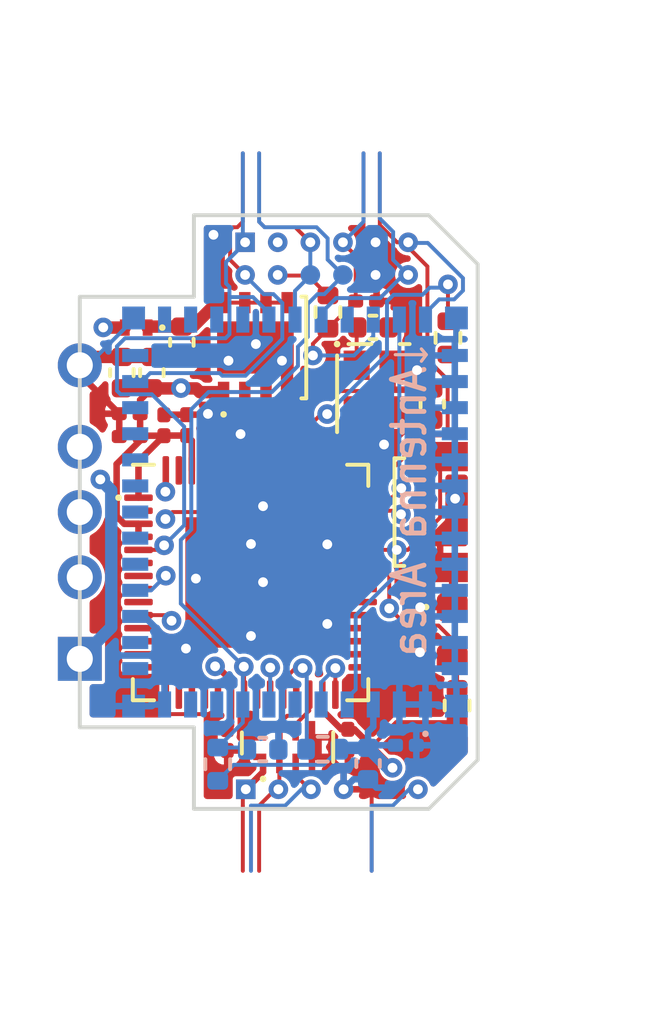
<source format=kicad_pcb>
(kicad_pcb (version 20241229) (generator "pcbnew") (generator_version "9.0")
  (layers (0 "F.Cu" signal) (4 "In1.Cu" signal) (6 "In2.Cu" signal) (2 "B.Cu" signal) (13 "F.Paste" user) (15 "B.Paste" user) (5 "F.SilkS" user "F.Silkscreen") (7 "B.SilkS" user "B.Silkscreen") (1 "F.Mask" user) (3 "B.Mask" user) (25 "Edge.Cuts" user))
  (net 0 "")
  (net 1 "+3V3")
  (net 2 "GND")
  (net 3 "Net-(U2-VDD_SPI)")
  (net 4 "/S2_EN")
  (net 5 "VBUS")
  (net 6 "Net-(U2-XTAL_N)")
  (net 7 "/VBUS_TP")
  (net 8 "/LED")
  (net 9 "/PICO_EN")
  (net 10 "/PICO_TXD")
  (net 11 "/RXD")
  (net 12 "/PICO_IO0")
  (net 13 "/S2_TXD")
  (net 14 "/USB_D+")
  (net 15 "/USB_D-")
  (net 17 "Net-(U2-XTAL_P)")
  (net 19 "Net-(U2-GPIO18{slash}ADC2_CH7{slash}DAC_2)")
  (net 27 "/BTN")
  (net 62 "/HCI_TXD")
  (net 63 "/HCI_RXD")
  (net 64 "/HCI_CTS")
  (net 65 "/D-_TP")
  (net 66 "/D+_TP")
  (net 71 "/S2_IO0")
  (footprint "xbox:R_0402_1005Metric" (layer "F.Cu") (at 11.29 1.26 90)
    (property "Reference" "R1" (hide yes))
    (property "Value" "10K")
  )
  (footprint "xbox:C_0201_0603Metric" (layer "F.Cu") (at 2.58 3.94 90)
    (property "Reference" "C8" (hide yes))
    (property "Value" "0.1u")
  )
  (footprint "xbox:C_0402_1005Metric" (layer "F.Cu") (at 2.21 2.325 90)
    (property "Reference" "C17" (hide yes))
    (property "Value" "10u")
  )
  (footprint "xbox:C_0201_0603Metric" (layer "F.Cu") (at 10.105 10.44)
    (property "Reference" "C11" (hide yes))
    (property "Value" "1u")
  )
  (footprint "xbox:C_0201_0603Metric" (layer "F.Cu") (at 5.64 4.28 180)
    (property "Reference" "C9" (hide yes))
    (property "Value" "1u")
  )
  (footprint "xbox:LED_0603_1608Metric" (layer "F.Cu") (at 11.42 10.3 -90)
    (property "Reference" "D6" (hide yes))
    (property "Value" "Green")
  )
  (footprint "xbox:C_0201_0603Metric" (layer "F.Cu") (at 1.53 4.285 180)
    (property "Reference" "C2" (hide yes))
    (property "Value" "0.1u")
  )
  (footprint "xbox:U-DFN3030-8E_3x3mm_P0.65mm_EP1.5x2.25mm" (layer "F.Cu") (at 5.385 1.555 90)
    (property "Reference" "U1" (hide yes))
    (property "Value" "AP7361C-33E")
  )
  (footprint "xbox:Xbox_PinHeader_1x05_P2.00mm_Vertical" (layer "F.Cu") (at 0 6.6 180)
    (property "Reference" "J1" (hide yes))
    (property "Value" "Xbox_Ctrl")
  )
  (footprint "xbox:NetTie_SMD_Pad0.12mm" (layer "F.Cu") (at 5.5 -3.4 90)
    (property "Reference" "NT3" (hide yes))
    (property "Value" "NetTie" (hide yes))
  )
  (footprint "xbox:NetTie_SMD_Pad0.12mm" (layer "F.Cu") (at 5.5 16.6 -90)
    (property "Reference" "NT10" (hide yes))
    (property "Value" "NetTie" (hide yes))
  )
  (footprint "xbox:NetTie_SMD_Pad0.12mm" (layer "F.Cu") (at 5 16.6 -90)
    (property "Reference" "NT9" (hide yes))
    (property "Value" "NetTie" (hide yes))
  )
  (footprint "xbox:DSN1006-2_0.6x1mm_P0.65mm" (layer "F.Cu") (at 1.73 0.945 180)
    (property "Reference" "D1" (hide yes))
    (property "Value" "PMEG6010ESBYL")
  )
  (footprint "xbox:R_0402_1005Metric" (layer "F.Cu") (at 7.61 0.47 90)
    (property "Reference" "R4" (hide yes))
    (property "Value" "10K")
  )
  (footprint "xbox:NetTie_SMD_Pad0.12mm" (layer "F.Cu") (at 8.7 -3.4 90)
    (property "Reference" "NT8" (hide yes))
    (property "Value" "NetTie" (hide yes))
  )
  (footprint "xbox:PinHeader_1x04_P1.00mm_Vertical" (layer "F.Cu") (at 5.09 15.1 90)
    (property "Reference" "J3" (hide yes))
    (property "Value" "USB TP")
  )
  (footprint "xbox:C_0201_0603Metric" (layer "F.Cu") (at 4.52 13.59 -90)
    (property "Reference" "C1" (hide yes))
    (property "Value" "0.1u")
  )
  (footprint "xbox:TestPoint_1x01" (layer "F.Cu") (at 10.37 15.1)
    (property "Reference" "J4" (hide yes))
    (property "Value" "BTN TP" (hide yes))
  )
  (footprint "xbox:Tab" (layer "F.Cu") (at 8.95 -2.75 -90)
    (property "Reference" "T1" (hide yes))
    (property "Value" "Tab")
  )
  (footprint "xbox:UQFN-8L_2.5x1.2mm_P0.5mm" (layer "F.Cu") (at 6.37 13.806117 90)
    (property "Reference" "U4" (hide yes))
    (property "Value" "ECMF02-4CMX8")
  )
  (footprint "xbox:C_0201_0603Metric" (layer "F.Cu") (at 1.53 3.585 180)
    (property "Reference" "C3" (hide yes))
    (property "Value" "1u")
  )
  (footprint "xbox:R_0402_1005Metric" (layer "F.Cu") (at 11.57 12.53 -90)
    (property "Reference" "R11" (hide yes))
    (property "Value" "100")
  )
  (footprint "xbox:Tab" (layer "F.Cu") (at 8.95 15.95 90)
    (property "Reference" "T2" (hide yes))
    (property "Value" "Tab")
  )
  (footprint "xbox:C_0201_0603Metric" (layer "F.Cu") (at 7.04 4.28)
    (property "Reference" "C12" (hide yes))
    (property "Value" "0.1u")
  )
  (footprint "xbox:NetTie_SMD_Pad0.12mm" (layer "F.Cu") (at 5 -3.4 90)
    (property "Reference" "NT2" (hide yes))
    (property "Value" "NetTie" (hide yes))
  )
  (footprint "xbox:C_0402_1005Metric" (layer "F.Cu") (at 3.13 1.395 -90)
    (property "Reference" "C16" (hide yes))
    (property "Value" "10u")
  )
  (footprint "xbox:Crystal_SMD_2016-4Pin_2.0x1.6mm" (layer "F.Cu") (at 9.04 2.8 -90)
    (property "Reference" "Y1" (hide yes))
    (property "Value" "40MHz")
  )
  (footprint "xbox:NetTie_SMD_Pad0.12mm" (layer "F.Cu") (at 8.95 16.6 -90)
    (property "Reference" "NT13" (hide yes))
    (property "Value" "NetTie" (hide yes))
  )
  (footprint "xbox:C_0201_0603Metric" (layer "F.Cu") (at 8.78 0.13)
    (property "Reference" "C15" (hide yes))
    (property "Value" "0.1u")
  )
  (footprint "xbox:NetTie_SMD_Pad0.12mm" (layer "F.Cu") (at 9.2 -3.4 90)
    (property "Reference" "NT6" (hide yes))
    (property "Value" "NetTie" (hide yes))
  )
  (footprint "xbox:C_0402_1005Metric" (layer "F.Cu") (at 8.99 0.94)
    (property "Reference" "C19" (hide yes))
    (property "Value" "20p")
  )
  (footprint "xbox:QFN-56-1EP_7x7mm_P0.4mm_EP5.6x5.6mm" (layer "F.Cu") (at 5.2375 8.76)
    (property "Reference" "U2" (hide yes))
    (property "Value" "ESP32-S2")
  )
  (footprint "xbox:Tab" (layer "F.Cu") (at 5.25 -2.75 -90)
    (property "Reference" "T3" (hide yes))
    (property "Value" "Tab")
  )
  (footprint "xbox:C_0201_0603Metric" (layer "F.Cu") (at 10.09 11.35)
    (property "Reference" "C10" (hide yes))
    (property "Value" "0.1u")
  )
  (footprint "xbox:C_0201_0603Metric" (layer "F.Cu") (at 8.22 13.58 -90)
    (property "Reference" "C6" (hide yes))
    (property "Value" "0.1u")
  )
  (footprint "xbox:Tab" (layer "F.Cu") (at 5.25 15.95 90)
    (property "Reference" "T4" (hide yes))
    (property "Value" "Tab")
  )
  (footprint "xbox:C_0201_0603Metric" (layer "F.Cu") (at 3.28 3.935 90)
    (property "Reference" "C7" (hide yes))
    (property "Value" "100p")
  )
  (footprint "xbox:SW_SPST_B3U-3000P" (layer "F.Cu") (at 11.05 6.6 -90)
    (property "Reference" "SW1" (hide yes))
    (property "Value" "SW_Push")
  )
  (footprint "xbox:C_0402_1005Metric" (layer "F.Cu") (at 10.81 3.29 90)
    (property "Reference" "C18" (hide yes))
    (property "Value" "20p")
  )
  (footprint "xbox:C_0402_1005Metric" (layer "F.Cu") (at 1.29 2.325 90)
    (property "Reference" "C4" (hide yes))
    (property "Value" "10u")
  )
  (footprint "xbox:PinHeader_2x06_P1.00mm" (layer "B.Cu") (at 5.07 -1.67 -90)
    (property "Reference" "J2" (hide yes))
    (property "Value" "ICSP" (hide yes))
  )
  (footprint "xbox:ESP32-PICO-MINI-02" (layer "B.Cu") (at 6.6 6.6 90)
    (property "Reference" "U3" (hide yes))
    (property "Value" "ESP32-PICO-MINI-02")
  )
  (footprint "xbox:NetTie_SMD_Pad0.12mm" (layer "B.Cu") (at 5.25 16.6 -90)
    (property "Reference" "NT11" (hide yes))
    (property "Value" "NetTie" (hide yes))
  )
  (footprint "xbox:NetTie_SMD_Pad0.12mm" (layer "B.Cu") (at 8.95 16.6 -90)
    (property "Reference" "NT12" (hide yes))
    (property "Value" "NetTie" (hide yes))
  )
  (footprint "xbox:C_0402_1005Metric" (layer "B.Cu") (at 5.61 13.88)
    (property "Reference" "C5" (hide yes))
    (property "Value" "10u")
  )
  (footprint "xbox:R_0402_1005Metric" (layer "B.Cu") (at 7.45 13.87)
    (property "Reference" "R10" (hide yes))
    (property "Value" "10K")
  )
  (footprint "xbox:NetTie_SMD_Pad0.12mm" (layer "B.Cu") (at 5.5 -3.4 90)
    (property "Reference" "NT5" (hide yes))
    (property "Value" "NetTie" (hide yes))
  )
  (footprint "xbox:C_0402_1005Metric" (layer "B.Cu") (at 8.84 14.31 -90)
    (property "Reference" "C14" (hide yes))
    (property "Value" "10u")
  )
  (footprint "xbox:C_0201_0603Metric" (layer "B.Cu") (at 10 13.75)
    (property "Reference" "C13" (hide yes))
    (property "Value" "0.1u")
  )
  (footprint "xbox:NetTie_SMD_Pad0.12mm" (layer "B.Cu") (at 5 -3.4 90)
    (property "Reference" "NT1" (hide yes))
    (property "Value" "NetTie" (hide yes))
  )
  (footprint "xbox:R_0402_1005Metric" (layer "B.Cu") (at 4.23 14.33 -90)
    (property "Reference" "R6" (hide yes))
    (property "Value" "10K")
  )
  (footprint "xbox:NetTie_SMD_Pad0.12mm" (layer "B.Cu") (at 8.7 -3.4 90)
    (property "Reference" "NT4" (hide yes))
    (property "Value" "NetTie" (hide yes))
  )
  (footprint "xbox:NetTie_SMD_Pad0.12mm" (layer "B.Cu") (at 9.2 -3.4 90)
    (property "Reference" "NT7" (hide yes))
    (property "Value" "NetTie" (hide yes))
  )
  (gr_line (start 3.5 15.7) (end 3.5 13.2) (stroke (width 0.12)) (layer "Edge.Cuts"))
  (gr_line (start 12.2 14.2) (end 10.7 15.7) (stroke (width 0.12)) (layer "Edge.Cuts"))
  (gr_line (start 3.5 0) (end 0 0) (stroke (width 0.12)) (layer "Edge.Cuts"))
  (gr_line (start 12.2 -1) (end 10.7 -2.5) (stroke (width 0.12)) (layer "Edge.Cuts"))
  (gr_line (start 3.5 0) (end 3.5 -2.5) (stroke (width 0.12)) (layer "Edge.Cuts"))
  (gr_line (start 12.2 14.2) (end 12.2 -1) (stroke (width 0.12)) (layer "Edge.Cuts"))
  (gr_line (start 3.5 -2.5) (end 10.7 -2.5) (stroke (width 0.12)) (layer "Edge.Cuts"))
  (gr_line (start 0 13.2) (end 3.5 13.2) (stroke (width 0.12)) (layer "Edge.Cuts"))
  (gr_line (start 3.5 15.7) (end 10.7 15.7) (stroke (width 0.12)) (layer "Edge.Cuts"))
  (gr_line (start 0 0) (end 0 13.2) (stroke (width 0.12)) (layer "Edge.Cuts"))
  (segment (start 1.8 6.96) (end 1.3625 6.96) (width 0.2) (layer "F.Cu") (net 1))
  (segment (start 1.875 4.26) (end 1.85 4.285) (width 0.2) (layer "F.Cu") (net 1))
  (segment (start 7.61 -0.04) (end 7 -0.65) (width 0.12) (layer "F.Cu") (net 1))
  (segment (start 7.4375 12.677499) (end 7.4375 12.1975) (width 0.2) (layer "F.Cu") (net 1))
  (segment (start 9.700001 13.04) (end 8.949999 13.790001) (width 0.12) (layer "F.Cu") (net 1))
  (segment (start 1.3625 6.96) (end 1.13 6.7275) (width 0.2) (layer "F.Cu") (net 1))
  (segment (start 4.8525 4.67) (end 5.57 4.67) (width 0.12) (layer "F.Cu") (net 1))
  (segment (start 1.85 4.285) (end 1.85 3.585) (width 0.2) (layer "F.Cu") (net 1))
  (segment (start 7.0375 4.5975) (end 6.72 4.28) (width 0.12) (layer "F.Cu") (net 1))
  (segment (start 2.585 4.255) (end 2.58 4.26) (width 0.2) (layer "F.Cu") (net 1))
  (segment (start 4.6375 13.1525) (end 4.6375 12.1975) (width 0.2) (layer "F.Cu") (net 1))
  (segment (start 4.6375 12.1975) (end 4.6375 11.76) (width 0.2) (layer "F.Cu") (net 1))
  (segment (start 4.6375 11.76) (end 4.2175 11.34) (width 0.2) (layer "F.Cu") (net 1))
  (segment (start 7.403359 3.596641) (end 6.72 4.28) (width 0.12) (layer "F.Cu") (net 1))
  (segment (start 6.09 -0.65) (end 6.07 -0.67) (width 0.12) (layer "F.Cu") (net 1))
  (segment (start 1.85 3.165) (end 2.21 2.805) (width 0.2) (layer "F.Cu") (net 1))
  (segment (start 2.58 4.26) (end 1.875 4.26) (width 0.2) (layer "F.Cu") (net 1))
  (segment (start 8.22 13.26) (end 8.020001 13.26) (width 0.2) (layer "F.Cu") (net 1))
  (segment (start 8.22 13.26) (end 8.419999 13.26) (width 0.2) (layer "F.Cu") (net 1))
  (segment (start 8.020001 13.26) (end 7.4375 12.677499) (width 0.2) (layer "F.Cu") (net 1))
  (segment (start 3.11 2.81) (end 3.5675 2.81) (width 0.38) (layer "F.Cu") (net 1))
  (segment (start 3.5675 2.81) (end 3.6825 2.925) (width 0.38) (layer "F.Cu") (net 1))
  (segment (start 3.6825 2.925) (end 4.395 2.925) (width 0.38) (layer "F.Cu") (net 1))
  (segment (start 5.96 4.28) (end 6.72 4.28) (width 0.12) (layer "F.Cu") (net 1))
  (segment (start 7 -0.65) (end 6.09 -0.65) (width 0.12) (layer "F.Cu") (net 1))
  (segment (start 3.4375 4.4125) (end 3.4375 5.3225) (width 0.2) (layer "F.Cu") (net 1))
  (segment (start 5.57 4.67) (end 5.96 4.28) (width 0.12) (layer "F.Cu") (net 1))
  (segment (start 4.6375 4.885) (end 4.8525 4.67) (width 0.12) (layer "F.Cu") (net 1))
  (segment (start 1.13 5.13) (end 1.85 4.41) (width 0.2) (layer "F.Cu") (net 1))
  (segment (start 7.0375 5.3225) (end 7.0375 4.5975) (width 0.12) (layer "F.Cu") (net 1))
  (segment (start 1.8 7.36) (end 1.8 6.96) (width 0.2) (layer "F.Cu") (net 1))
  (segment (start 1.85 4.41) (end 1.85 4.285) (width 0.2) (layer "F.Cu") (net 1))
  (segment (start 1.13 6.7275) (end 1.13 5.13) (width 0.2) (layer "F.Cu") (net 1))
  (segment (start 8.949999 13.790001) (end 9.59 14.430001) (width 0.2) (layer "F.Cu") (net 1))
  (segment (start 4.16 11.34) (end 4.15 11.33) (width 0.2) (layer "F.Cu") (net 1))
  (segment (start 1.85 3.585) (end 1.85 3.165) (width 0.2) (layer "F.Cu") (net 1))
  (segment (start 11.29 0.75) (end 11.29 -0.28) (width 0.12) (layer "F.Cu") (net 1))
  (segment (start 4.2175 11.34) (end 4.16 11.34) (width 0.2) (layer "F.Cu") (net 1))
  (segment (start 1.62 2.81) (end 3.09 2.81) (width 0.38) (layer "F.Cu") (net 1))
  (segment (start 3.1 2.8) (end 3.11 2.81) (width 0.38) (layer "F.Cu") (net 1))
  (segment (start 3.09 2.81) (end 3.1 2.8) (width 0.38) (layer "F.Cu") (net 1))
  (segment (start 3.28 4.255) (end 2.585 4.255) (width 0.2) (layer "F.Cu") (net 1))
  (segment (start 3.28 4.255) (end 3.4375 4.4125) (width 0.2) (layer "F.Cu") (net 1))
  (segment (start 4.6375 5.3225) (end 4.6375 4.885) (width 0.12) (layer "F.Cu") (net 1))
  (segment (start 8.419999 13.26) (end 8.949999 13.790001) (width 0.2) (layer "F.Cu") (net 1))
  (segment (start 9.59 14.430001) (end 9.59 14.44) (width 0.2) (layer "F.Cu") (net 1))
  (segment (start 7.585718 3.596641) (end 7.403359 3.596641) (width 0.12) (layer "F.Cu") (net 1))
  (segment (start 4.52 13.27) (end 4.6375 13.1525) (width 0.2) (layer "F.Cu") (net 1))
  (segment (start 2.58 4.26) (end 1.8 5.04) (width 0.2) (layer "F.Cu") (net 1))
  (segment (start 11.57 13.04) (end 9.700001 13.04) (width 0.12) (layer "F.Cu") (net 1))
  (segment (start 1.8 5.04) (end 1.8 6.16) (width 0.2) (layer "F.Cu") (net 1))
  (via (at 3.1 2.8) (size 0.6) (drill 0.3) (layers "F.Cu" "B.Cu") (net 1))
  (via (at 4.15 11.33) (size 0.6) (drill 0.3) (layers "F.Cu" "B.Cu") (net 1))
  (via (at 11.29 -0.38) (size 0.6) (drill 0.3) (layers "F.Cu" "B.Cu") (net 1))
  (via (at 9.59 14.44) (size 0.6) (drill 0.3) (layers "F.Cu" "B.Cu") (net 1))
  (via (at 7.585718 3.596641) (size 0.6) (drill 0.3) (layers "F.Cu" "B.Cu") (net 1))
  (segment (start 4.23 14.84) (end 4.72 14.35) (width 0.12) (layer "B.Cu") (net 1))
  (segment (start 11.29 -0.28) (end 10.73 -0.28) (width 0.12) (layer "B.Cu") (net 1))
  (segment (start 8.84 13.83) (end 7.95 13.83) (width 0.38) (layer "B.Cu") (net 1))
  (segment (start 7.95 13.83) (end 7.91 13.87) (width 0.38) (layer "B.Cu") (net 1))
  (segment (start 9.42 0.141126) (end 9.42 1.762359) (width 0.12) (layer "B.Cu") (net 1))
  (segment (start 9 13.18) (end 9 12.5) (width 0.2) (layer "B.Cu") (net 1))
  (segment (start 8.92 13.75) (end 9.63 13.75) (width 0.2) (layer "B.Cu") (net 1))
  (segment (start 9.621126 -0.06) (end 9.42 0.141126) (width 0.12) (layer "B.Cu") (net 1))
  (segment (start 8.84 13.34) (end 9 13.18) (width 0.2) (layer "B.Cu") (net 1))
  (segment (start 4.72 14.35) (end 7.48 14.35) (width 0.12) (layer "B.Cu") (net 1))
  (segment (start 8.84 13.83) (end 8.92 13.75) (width 0.2) (layer "B.Cu") (net 1))
  (segment (start 8.84 13.83) (end 9.45 14.44) (width 0.38) (layer "B.Cu") (net 1))
  (segment (start 10.73 -0.28) (end 10.51 -0.06) (width 0.12) (layer "B.Cu") (net 1))
  (segment (start 10.51 -0.06) (end 9.621126 -0.06) (width 0.12) (layer "B.Cu") (net 1))
  (segment (start 9.42 1.762359) (end 7.585718 3.596641) (width 0.12) (layer "B.Cu") (net 1))
  (segment (start 8.84 13.83) (end 8.84 13.34) (width 0.2) (layer "B.Cu") (net 1))
  (segment (start 9.45 14.44) (end 9.59 14.44) (width 0.38) (layer "B.Cu") (net 1))
  (segment (start 7.48 14.35) (end 7.96 13.87) (width 0.12) (layer "B.Cu") (net 1))
  (segment (start 8.95 15.6) (end 8.95 15.3) (width 0.12) (layer "F.Cu") (net 2))
  (segment (start 8.7 -2.04) (end 9.07 -1.67) (width 0.12) (layer "F.Cu") (net 2))
  (segment (start 5.62 6.42) (end 5.62 8.3775) (width 0.38) (layer "F.Cu") (net 2))
  (segment (start 2.21 1.845) (end 3.1 1.845) (width 0.38) (layer "F.Cu") (net 2))
  (segment (start 8.95 15.3) (end 8.75 15.1) (width 0.12) (layer "F.Cu") (net 2))
  (segment (start 4.52 13.91) (end 3.86 13.25) (width 0.12) (layer "F.Cu") (net 2))
  (segment (start 6.355 2.115) (end 6.2 1.96) (width 0.38) (layer "F.Cu") (net 2))
  (segment (start 8.7 -2.4) (end 8.7 -2.04) (width 0.12) (layer "F.Cu") (net 2))
  (segment (start 5.0475 8.57) (end 5.2375 8.76) (width 0.38) (layer "F.Cu") (net 2))
  (segment (start 2.3775 12.7375) (end 2.3775 11.6625) (width 0.12) (layer "F.Cu") (net 2))
  (segment (start 3.1 1.845) (end 3.13 1.875) (width 0.38) (layer "F.Cu") (net 2))
  (segment (start 3.25527 10.74223) (end 5.2375 8.76) (width 0.38) (layer "F.Cu") (net 2))
  (segment (start 3.13 1.875) (end 5.0525 1.875) (width 0.38) (layer "F.Cu") (net 2))
  (segment (start 7.59 10.03) (end 6.5075 10.03) (width 0.38) (layer "F.Cu") (net 2))
  (segment (start 2.435 12.795) (end 2.3775 12.7375) (width 0.12) (layer "F.Cu") (net 2))
  (segment (start 9.59 2.1) (end 10.19 2.1) (width 0.2) (layer "F.Cu") (net 2))
  (segment (start 11.42 8.67) (end 11.05 8.3) (width 0.2) (layer "F.Cu") (net 2))
  (segment (start 3.25527 10.78473) (end 3.25527 10.74223) (width 0.38) (layer "F.Cu") (net 2))
  (segment (start 10.81 2.72) (end 10.34 2.25) (width 0.2) (layer "F.Cu") (net 2))
  (segment (start 5.62 8.3775) (end 5.2375 8.76) (width 0.38) (layer "F.Cu") (net 2))
  (segment (start 2.3775 11.6625) (end 3.25527 10.78473) (width 0.12) (layer "F.Cu") (net 2))
  (segment (start 1.29 1.845) (end 2.21 1.845) (width 0.38) (layer "F.Cu") (net 2))
  (segment (start 11.42 9.5125) (end 11.42 8.67) (width 0.2) (layer "F.Cu") (net 2))
  (segment (start 3.86 12.875146) (end 3.779854 12.795) (width 0.12) (layer "F.Cu") (net 2))
  (segment (start 1.21 3.585) (end 0 2.375) (width 0.2) (layer "F.Cu") (net 2))
  (segment (start 3.86 13.25) (end 3.86 12.875146) (width 0.12) (layer "F.Cu") (net 2))
  (segment (start 5.0525 1.875) (end 5.38 1.5475) (width 0.38) (layer "F.Cu") (net 2))
  (segment (start 1.29 1.845) (end 0.255 1.845) (width 0.38) (layer "F.Cu") (net 2))
  (segment (start 10.81 2.81) (end 10.81 2.72) (width 0.2) (layer "F.Cu") (net 2))
  (segment (start 7.59 7.59) (end 6.4075 7.59) (width 0.38) (layer "F.Cu") (net 2))
  (segment (start 3.779854 12.795) (end 2.435 12.795) (width 0.12) (layer "F.Cu") (net 2))
  (segment (start 0 2.375) (end 0 2.1) (width 0.2) (layer "F.Cu") (net 2))
  (segment (start 0.255 1.845) (end 0 2.1) (width 0.38) (layer "F.Cu") (net 2))
  (segment (start 6.355 2.9225) (end 6.355 2.115) (width 0.38) (layer "F.Cu") (net 2))
  (segment (start 8.75 15.1) (end 8.09 15.1) (width 0.12) (layer "F.Cu") (net 2))
  (segment (start 10.19 2.1) (end 10.34 2.25) (width 0.2) (layer "F.Cu") (net 2))
  (segment (start 6.5075 10.03) (end 5.2375 8.76) (width 0.38) (layer "F.Cu") (net 2))
  (segment (start 6.4075 7.59) (end 5.2375 8.76) (width 0.38) (layer "F.Cu") (net 2))
  (via (at 10.43 10.9) (size 0.6) (drill 0.3) (layers "F.Cu" "B.Cu") (net 2))
  (via (at 10.44 9.52) (size 0.6) (drill 0.3) (layers "F.Cu" "B.Cu") (net 2))
  (via (at 5.25 7.58) (size 0.6) (drill 0.3) (layers "F.Cu" "B.Cu") (net 2))
  (via (at 5.62 6.42) (size 0.6) (drill 0.3) (layers "F.Cu" "B.Cu") (net 2))
  (via (at 5.62 8.75) (size 0.6) (drill 0.3) (layers "F.Cu" "B.Cu") (net 2))
  (via (at 11.51 6.19) (size 0.6) (drill 0.3) (layers "F.Cu" "B.Cu") (net 2))
  (via (at 4.1 -1.9) (size 0.6) (drill 0.3) (layers "F.Cu" "B.Cu") (net 2))
  (via (at 7.59 7.59) (size 0.6) (drill 0.3) (layers "F.Cu" "B.Cu") (net 2))
  (via (at 5.4 1.45) (size 0.6) (drill 0.3) (layers "F.Cu" "B.Cu") (net 2))
  (via (at 4.56 1.96) (size 0.6) (drill 0.3) (layers "F.Cu" "B.Cu") (net 2))
  (via (at 3.93 3.59) (size 0.6) (drill 0.3) (layers "F.Cu" "B.Cu") (net 2))
  (via (at 7.59 10.03) (size 0.6) (drill 0.3) (layers "F.Cu" "B.Cu") (net 2))
  (via (at 3.25527 10.78473) (size 0.6) (drill 0.3) (layers "F.Cu" "B.Cu") (net 2))
  (via (at 6.2 1.96) (size 0.6) (drill 0.3) (layers "F.Cu" "B.Cu") (net 2))
  (via (at 4.93 4.21) (size 0.6) (drill 0.3) (layers "F.Cu" "B.Cu") (net 2))
  (via (at 10.34 2.25) (size 0.6) (drill 0.3) (layers "F.Cu" "B.Cu") (net 2))
  (via (at 9.33 4.53) (size 0.6) (drill 0.3) (layers "F.Cu" "B.Cu") (net 2))
  (via (at 5.25 10.4) (size 0.6) (drill 0.3) (layers "F.Cu" "B.Cu") (net 2))
  (via (at 3.56 8.64) (size 0.6) (drill 0.3) (layers "F.Cu" "B.Cu") (net 2))
  (segment (start 1.7 9.8) (end 1.98 9.8) (width 0.2) (layer "B.Cu") (net 2))
  (segment (start 8.79 14.79) (end 8.4 14.79) (width 0.2) (layer "B.Cu") (net 2))
  (segment (start 8.4 14.79) (end 8.09 15.1) (width 0.2) (layer "B.Cu") (net 2))
  (segment (start 9.1 15.05) (end 9.75 15.05) (width 0.2) (layer "B.Cu") (net 2))
  (segment (start 1.65 0.698874) (end 0.248874 2.1) (width 0.12) (layer "B.Cu") (net 2))
  (segment (start 1.65 0.65) (end 1.65 0.698874) (width 0.12) (layer "B.Cu") (net 2))
  (segment (start 8.84 14.79) (end 9.1 15.05) (width 0.2) (layer "B.Cu") (net 2))
  (segment (start 2.6 11.67) (end 2.6 12.5) (width 0.2) (layer "B.Cu") (net 2))
  (segment (start 1.98 9.8) (end 2.42 10.24) (width 0.2) (layer "B.Cu") (net 2))
  (segment (start 0.248874 2.1) (end 0 2.1) (width 0.12) (layer "B.Cu") (net 2))
  (segment (start 2.42 10.24) (end 2.42 11.49) (width 0.2) (layer "B.Cu") (net 2))
  (segment (start 2.42 11.49) (end 2.6 11.67) (width 0.2) (layer "B.Cu") (net 2))
  (segment (start 9.495 10.96) (end 9.785 11.25) (width 0.2) (layer "F.Cu") (net 3))
  (segment (start 9.375 10.96) (end 9.785 10.55) (width 0.2) (layer "F.Cu") (net 3))
  (segment (start 8.675 10.96) (end 9.495 10.96) (width 0.2) (layer "F.Cu") (net 3))
  (segment (start 8.675 10.96) (end 9.375 10.96) (width 0.2) (layer "F.Cu") (net 3))
  (segment (start 8.07 -1.65) (end 8.07 -1.67) (width 0.12) (layer "F.Cu") (net 4))
  (segment (start 8.46 0.13) (end 8.46 -1.26) (width 0.12) (layer "F.Cu") (net 4))
  (segment (start 2.6375 5.963861) (end 2.6375 5.3225) (width 0.12) (layer "F.Cu") (net 4))
  (segment (start 7.61 0.98) (end 8.46 0.13) (width 0.12) (layer "F.Cu") (net 4))
  (segment (start 7.15 1.8) (end 7.15 1.44) (width 0.12) (layer "F.Cu") (net 4))
  (segment (start 7.15 1.44) (end 7.61 0.98) (width 0.12) (layer "F.Cu") (net 4))
  (segment (start 8.46 -1.26) (end 8.07 -1.65) (width 0.12) (layer "F.Cu") (net 4))
  (segment (start 2.624654 5.976707) (end 2.6375 5.963861) (width 0.12) (layer "F.Cu") (net 4))
  (via (at 7.15 1.8) (size 0.6) (drill 0.3) (layers "F.Cu" "B.Cu") (net 4))
  (via (at 2.624654 5.976707) (size 0.6) (drill 0.3) (layers "F.Cu" "B.Cu") (net 4))
  (segment (start 7.15 1.8) (end 8.41 1.8) (width 0.12) (layer "B.Cu") (net 4))
  (segment (start 8.7 -2.4) (end 8.7 -2.3) (width 0.12) (layer "B.Cu") (net 4))
  (segment (start 9 1.21) (end 9 0.7) (width 0.12) (layer "B.Cu") (net 4))
  (segment (start 8.41 1.8) (end 9 1.21) (width 0.12) (layer "B.Cu") (net 4))
  (segment (start 8.7 -2.3) (end 8.07 -1.67) (width 0.12) (layer "B.Cu") (net 4))
  (segment (start 5.71 0.18) (end 5.06 0.18) (width 0.12) (layer "F.Cu") (net 5))
  (segment (start 3.47 0.915) (end 4.205 0.18) (width 0.38) (layer "F.Cu") (net 5))
  (segment (start 6.36 0.18) (end 5.71 0.18) (width 0.12) (layer "F.Cu") (net 5))
  (segment (start 4.205 0.18) (end 4.41 0.18) (width 0.38) (layer "F.Cu") (net 5))
  (segment (start 3.13 0.915) (end 3.47 0.915) (width 0.38) (layer "F.Cu") (net 5))
  (segment (start 2.11 0.915) (end 2.08 0.945) (width 0.38) (layer "F.Cu") (net 5))
  (segment (start 5.06 0.18) (end 4.41 0.18) (width 0.12) (layer "F.Cu") (net 5))
  (segment (start 3.13 0.915) (end 2.11 0.915) (width 0.38) (layer "F.Cu") (net 5))
  (segment (start 6.89682 3.635) (end 7.64182 2.89) (width 0.12) (layer "F.Cu") (net 6))
  (segment (start 4.2375 4.243626) (end 4.846126 3.635) (width 0.12) (layer "F.Cu") (net 6))
  (segment (start 9.86 3.77) (end 9.59 3.5) (width 0.12) (layer "F.Cu") (net 6))
  (segment (start 8.98 2.89) (end 9.59 3.5) (width 0.12) (layer "F.Cu") (net 6))
  (segment (start 4.846126 3.635) (end 6.89682 3.635) (width 0.12) (layer "F.Cu") (net 6))
  (segment (start 10.81 3.77) (end 9.86 3.77) (width 0.12) (layer "F.Cu") (net 6))
  (segment (start 4.2375 5.3225) (end 4.2375 4.243626) (width 0.12) (layer "F.Cu") (net 6))
  (segment (start 7.64182 2.89) (end 8.98 2.89) (width 0.12) (layer "F.Cu") (net 6))
  (segment (start 5.62 14.306117) (end 5.62 14.57) (width 0.2) (layer "F.Cu") (net 7))
  (segment (start 5.62 14.57) (end 5.09 15.1) (width 0.2) (layer "F.Cu") (net 7))
  (segment (start 1.38 0.945) (end 0.725 0.945) (width 0.38) (layer "F.Cu") (net 7))
  (segment (start 5 15.19) (end 5.09 15.1) (width 0.12) (layer "F.Cu") (net 7))
  (segment (start 5 15.6) (end 5 15.19) (width 0.12) (layer "F.Cu") (net 7))
  (segment (start 0.725 0.945) (end 0.72 0.94) (width 0.38) (layer "F.Cu") (net 7))
  (via (at 0.63 5.6) (size 0.6) (drill 0.3) (layers "F.Cu" "B.Cu") (net 7))
  (via (at 0.72 0.94) (size 0.6) (drill 0.3) (layers "F.Cu" "B.Cu") (net 7))
  (segment (start 0.965 5.935) (end 0.965 10.135) (width 0.38) (layer "B.Cu") (net 7))
  (segment (start 0.965 10.135) (end 0 11.1) (width 0.38) (layer "B.Cu") (net 7))
  (segment (start 0.63 5.6) (end 0.965 5.935) (width 0.38) (layer "B.Cu") (net 7))
  (segment (start 9.489831 9.553701) (end 9.493701 9.553701) (width 0.12) (layer "F.Cu") (net 8))
  (segment (start 11.57 11.2375) (end 11.42 11.0875) (width 0.12) (layer "F.Cu") (net 8))
  (segment (start 8.675 8.16) (end 9.25 8.16) (width 0.12) (layer "F.Cu") (net 8))
  (segment (start 9.25 8.16) (end 9.4 8.31) (width 0.12) (layer "F.Cu") (net 8))
  (segment (start 9.4 8.31) (end 9.489831 8.399831) (width 0.12) (layer "F.Cu") (net 8))
  (segment (start 11 10.08) (end 11.42 10.5) (width 0.12) (layer "F.Cu") (net 8))
  (segment (start 11.57 12.02) (end 11.57 11.2375) (width 0.12) (layer "F.Cu") (net 8))
  (segment (start 11.42 10.5) (end 11.42 11.0875) (width 0.12) (layer "F.Cu") (net 8))
  (segment (start 10.02 10.08) (end 11 10.08) (width 0.12) (layer "F.Cu") (net 8))
  (segment (start 9.493701 9.553701) (end 10.02 10.08) (width 0.12) (layer "F.Cu") (net 8))
  (segment (start 9.489831 8.399831) (end 9.489831 9.553701) (width 0.12) (layer "F.Cu") (net 8))
  (via (at 9.489831 9.553701) (size 0.6) (drill 0.3) (layers "F.Cu" "B.Cu") (net 8))
  (via (at 2.6375 8.551678) (size 0.6) (drill 0.3) (layers "F.Cu" "B.Cu") (net 8))
  (segment (start 2.189178 9) (end 2.6375 8.551678) (width 0.12) (layer "B.Cu") (net 8))
  (segment (start 1.7 9) (end 2.189178 9) (width 0.12) (layer "B.Cu") (net 8))
  (segment (start 5.03 11.56) (end 5.0375 11.5675) (width 0.12) (layer "F.Cu") (net 9))
  (segment (start 5.03 11.34) (end 5.03 11.56) (width 0.12) (layer "F.Cu") (net 9))
  (segment (start 5.0375 11.5675) (end 5.0375 12.1975) (width 0.12) (layer "F.Cu") (net 9))
  (via (at 5.03 11.34) (size 0.6) (drill 0.3) (layers "F.Cu" "B.Cu") (net 9))
  (segment (start 5.07 13.82) (end 5.13 13.88) (width 0.12) (layer "B.Cu") (net 9))
  (segment (start 3.42 3.449461) (end 3.42 7.132695) (width 0.12) (layer "B.Cu") (net 9))
  (segment (start 3.949461 2.92) (end 3.42 3.449461) (width 0.12) (layer "B.Cu") (net 9))
  (segment (start 7.260953 -2.131) (end 7.6 -1.791953) (width 0.12) (layer "B.Cu") (net 9))
  (segment (start 5.5 -2.3) (end 5.669 -2.131) (width 0.12) (layer "B.Cu") (net 9))
  (segment (start 6.99 1.23) (end 6.69 1.53) (width 0.12) (layer "B.Cu") (net 9))
  (segment (start 8.07 -0.65) (end 7.5 -0.08) (width 0.12) (layer "B.Cu") (net 9))
  (segment (start 6.69 2.120539) (end 5.890539 2.92) (width 0.12) (layer "B.Cu") (net 9))
  (segment (start 4.23 13.82) (end 5.07 13.82) (width 0.12) (layer "B.Cu") (net 9))
  (segment (start 3.0975 9.4075) (end 5.03 11.34) (width 0.12) (layer "B.Cu") (net 9))
  (segment (start 7.6 -1.791953) (end 7.6 -1.14) (width 0.12) (layer "B.Cu") (net 9))
  (segment (start 3.0975 7.455195) (end 3.0975 9.4075) (width 0.12) (layer "B.Cu") (net 9))
  (segment (start 4.23 13.82) (end 5 13.05) (width 0.12) (layer "B.Cu") (net 9))
  (segment (start 5.669 -2.131) (end 7.260953 -2.131) (width 0.12) (layer "B.Cu") (net 9))
  (segment (start 6.99 0.22) (end 6.99 1.23) (width 0.12) (layer "B.Cu") (net 9))
  (segment (start 7.6 -1.14) (end 8.07 -0.67) (width 0.12) (layer "B.Cu") (net 9))
  (segment (start 7.5 -0.08) (end 7.29 -0.08) (width 0.12) (layer "B.Cu") (net 9))
  (segment (start 7.29 -0.08) (end 6.99 0.22) (width 0.12) (layer "B.Cu") (net 9))
  (segment (start 5.890539 2.92) (end 3.949461 2.92) (width 0.12) (layer "B.Cu") (net 9))
  (segment (start 5.03 11.34) (end 5 11.37) (width 0.12) (layer "B.Cu") (net 9))
  (segment (start 5.5 -2.4) (end 5.5 -2.3) (width 0.12) (layer "B.Cu") (net 9))
  (segment (start 8.07 -0.67) (end 8.07 -0.65) (width 0.12) (layer "B.Cu") (net 9))
  (segment (start 5 11.37) (end 5 12.5) (width 0.12) (layer "B.Cu") (net 9))
  (segment (start 3.42 7.132695) (end 3.0975 7.455195) (width 0.12) (layer "B.Cu") (net 9))
  (segment (start 6.69 1.53) (end 6.69 2.120539) (width 0.12) (layer "B.Cu") (net 9))
  (segment (start 5 13.05) (end 5 12.5) (width 0.12) (layer "B.Cu") (net 9))
  (segment (start 10.07 -0.7) (end 10.1 -0.73) (width 0.12) (layer "F.Cu") (net 10))
  (segment (start 9.85 6.67) (end 9.74 6.56) (width 0.12) (layer "F.Cu") (net 10))
  (segment (start 9.74 6.56) (end 8.675 6.56) (width 0.12) (layer "F.Cu") (net 10))
  (segment (start 10.07 -0.67) (end 10.07 -0.7) (width 0.12) (layer "F.Cu") (net 10))
  (via (at 9.85 6.67) (size 0.6) (drill 0.3) (layers "F.Cu" "B.Cu") (net 10))
  (segment (start 9.609 -1.991) (end 9.609 -1.131) (width 0.12) (layer "B.Cu") (net 10))
  (segment (start 7.4 0.7) (end 7.4 0.5) (width 0.12) (layer "B.Cu") (net 10))
  (segment (start 7.86 0.04) (end 9.21 0.04) (width 0.12) (layer "B.Cu") (net 10))
  (segment (start 9.609 -1.131) (end 10.07 -0.67) (width 0.12) (layer "B.Cu") (net 10))
  (segment (start 9.21 0.04) (end 9.9 -0.65) (width 0.12) (layer "B.Cu") (net 10))
  (segment (start 9.2 -2.4) (end 9.609 -1.991) (width 0.12) (layer "B.Cu") (net 10))
  (segment (start 9.9 -0.65) (end 10.05 -0.65) (width 0.12) (layer "B.Cu") (net 10))
  (segment (start 10.05 -0.65) (end 10.07 -0.67) (width 0.12) (layer "B.Cu") (net 10))
  (segment (start 7.4 0.5) (end 7.86 0.04) (width 0.12) (layer "B.Cu") (net 10))
  (segment (start 7.07 -1.67) (end 6.609 -2.131) (width 0.12) (layer "F.Cu") (net 11))
  (segment (start 5.5 -2.3) (end 5.5 -2.4) (width 0.12) (layer "F.Cu") (net 11))
  (segment (start 2.627358 6.81469) (end 2.842048 6.6) (width 0.12) (layer "F.Cu") (net 11))
  (segment (start 5.4375 5.76) (end 5.4375 5.3225) (width 0.12) (layer "F.Cu") (net 11))
  (segment (start 6.609 -2.131) (end 5.669 -2.131) (width 0.12) (layer "F.Cu") (net 11))
  (segment (start 5.669 -2.131) (end 5.5 -2.3) (width 0.12) (layer "F.Cu") (net 11))
  (segment (start 2.842048 6.6) (end 4.5975 6.6) (width 0.12) (layer "F.Cu") (net 11))
  (segment (start 4.5975 6.6) (end 5.4375 5.76) (width 0.12) (layer "F.Cu") (net 11))
  (via (at 2.627358 6.81469) (size 0.6) (drill 0.3) (layers "F.Cu" "B.Cu") (net 11))
  (segment (start 6.6 -0.18) (end 7.07 -0.65) (width 0.12) (layer "B.Cu") (net 11))
  (segment (start 7.07 -0.67) (end 7.07 -1.67) (width 0.12) (layer "B.Cu") (net 11))
  (segment (start 7.07 -0.65) (end 7.07 -0.67) (width 0.12) (layer "B.Cu") (net 11))
  (segment (start 6.6 0.7) (end 6.6 -0.18) (width 0.12) (layer "B.Cu") (net 11))
  (segment (start 2.641648 9.76) (end 1.8 9.76) (width 0.12) (layer "F.Cu") (net 12))
  (segment (start 5.12 -0.65) (end 5.14 -0.63) (width 0.12) (layer "F.Cu") (net 12))
  (segment (start 5 -2.4) (end 5 -2.3) (width 0.12) (layer "F.Cu") (net 12))
  (segment (start 4.7 -2.131) (end 4.609 -2.04) (width 0.12) (layer "F.Cu") (net 12))
  (segment (start 5 -2.3) (end 4.831 -2.131) (width 0.12) (layer "F.Cu") (net 12))
  (segment (start 2.814677 9.933029) (end 2.641648 9.76) (width 0.12) (layer "F.Cu") (net 12))
  (segment (start 4.609 -1.131) (end 5.07 -0.67) (width 0.12) (layer "F.Cu") (net 12))
  (segment (start 5.07 -0.67) (end 5.09 -0.65) (width 0.12) (layer "F.Cu") (net 12))
  (segment (start 5.09 -0.65) (end 5.12 -0.65) (width 0.12) (layer "F.Cu") (net 12))
  (segment (start 4.831 -2.131) (end 4.7 -2.131) (width 0.12) (layer "F.Cu") (net 12))
  (segment (start 4.609 -2.04) (end 4.609 -1.131) (width 0.12) (layer "F.Cu") (net 12))
  (via (at 2.814677 9.933029) (size 0.6) (drill 0.3) (layers "F.Cu" "B.Cu") (net 12))
  (segment (start 1.7 2.6) (end 1.9 2.6) (width 0.12) (layer "B.Cu") (net 12))
  (segment (start 4.289461 2.34) (end 4.369461 2.42) (width 0.12) (layer "B.Cu") (net 12))
  (segment (start 5.94 -0.08) (end 5.64 -0.08) (width 0.12) (layer "B.Cu") (net 12))
  (segment (start 5.07 -0.65) (end 5.07 -0.67) (width 0.12) (layer "B.Cu") (net 12))
  (segment (start 2.16 2.34) (end 4.289461 2.34) (width 0.12) (layer "B.Cu") (net 12))
  (segment (start 1.9 2.6) (end 2.16 2.34) (width 0.12) (layer "B.Cu") (net 12))
  (segment (start 5.080539 2.42) (end 6.21 1.290539) (width 0.12) (layer "B.Cu") (net 12))
  (segment (start 6.21 1.290539) (end 6.21 0.19) (width 0.12) (layer "B.Cu") (net 12))
  (segment (start 5.64 -0.08) (end 5.07 -0.65) (width 0.12) (layer "B.Cu") (net 12))
  (segment (start 6.21 0.19) (end 5.94 -0.08) (width 0.12) (layer "B.Cu") (net 12))
  (segment (start 4.369461 2.42) (end 5.080539 2.42) (width 0.12) (layer "B.Cu") (net 12))
  (segment (start 8.28587 5.61) (end 7.97587 5.92) (width 0.12) (layer "F.Cu") (net 13))
  (segment (start 9.73 -1.67) (end 10.07 -1.67) (width 0.12) (layer "F.Cu") (net 13))
  (segment (start 11.28 2.541856) (end 11.28 4.038144) (width 0.12) (layer "F.Cu") (net 13))
  (segment (start 10.92 2.181856) (end 11.28 2.541856) (width 0.12) (layer "F.Cu") (net 13))
  (segment (start 10.07 -1.52) (end 10.66 -0.93) (width 0.12) (layer "F.Cu") (net 13))
  (segment (start 9.95 4.46) (end 9.95 4.91) (width 0.12) (layer "F.Cu") (net 13))
  (segment (start 7.97587 5.92) (end 6.09913 5.92) (width 0.12) (layer "F.Cu") (net 13))
  (segment (start 10.16 4.25) (end 9.95 4.46) (width 0.12) (layer "F.Cu") (net 13))
  (segment (start 11.28 4.038144) (end 11.068144 4.25) (width 0.12) (layer "F.Cu") (net 13))
  (segment (start 9.2 -2.4) (end 9.2 -2.2) (width 0.12) (layer "F.Cu") (net 13))
  (segment (start 10.66 -0.93) (end 10.66 1.92) (width 0.12) (layer "F.Cu") (net 13))
  (segment (start 9.25 5.61) (end 8.28587 5.61) (width 0.12) (layer "F.Cu") (net 13))
  (segment (start 10.07 -1.67) (end 10.07 -1.52) (width 0.12) (layer "F.Cu") (net 13))
  (segment (start 6.09913 5.92) (end 5.8375 5.65837) (width 0.12) (layer "F.Cu") (net 13))
  (segment (start 9.2 -2.2) (end 9.73 -1.67) (width 0.12) (layer "F.Cu") (net 13))
  (segment (start 5.8375 5.65837) (end 5.8375 5.3225) (width 0.12) (layer "F.Cu") (net 13))
  (segment (start 11.068144 4.25) (end 10.16 4.25) (width 0.12) (layer "F.Cu") (net 13))
  (segment (start 10.92 2.18) (end 10.92 2.181856) (width 0.12) (layer "F.Cu") (net 13))
  (segment (start 9.95 4.91) (end 9.25 5.61) (width 0.12) (layer "F.Cu") (net 13))
  (segment (start 10.66 1.92) (end 10.92 2.18) (width 0.12) (layer "F.Cu") (net 13))
  (segment (start 11.02 0.08) (end 11.480539 0.08) (width 0.12) (layer "B.Cu") (net 13))
  (segment (start 10.670539 -1.65) (end 10.09 -1.65) (width 0.12) (layer "B.Cu") (net 13))
  (segment (start 11.480539 0.08) (end 11.75 -0.189461) (width 0.12) (layer "B.Cu") (net 13))
  (segment (start 11.75 -0.570539) (end 10.670539 -1.65) (width 0.12) (layer "B.Cu") (net 13))
  (segment (start 11.75 -0.189461) (end 11.75 -0.570539) (width 0.12) (layer "B.Cu") (net 13))
  (segment (start 10.6 0.5) (end 11.02 0.08) (width 0.12) (layer "B.Cu") (net 13))
  (segment (start 10.09 -1.65) (end 10.07 -1.67) (width 0.12) (layer "B.Cu") (net 13))
  (segment (start 10.6 0.7) (end 10.6 0.5) (width 0.12) (layer "B.Cu") (net 13))
  (segment (start 7.0375 12.688617) (end 7.0375 12.1975) (width 0.12) (layer "F.Cu") (net 14))
  (segment (start 6.62 13.106117) (end 7.0375 12.688617) (width 0.12) (layer "F.Cu") (net 14))
  (segment (start 6.62 13.306117) (end 6.62 13.106117) (width 0.12) (layer "F.Cu") (net 14))
  (segment (start 6.6375 12.7425) (end 6.6375 12.1975) (width 0.12) (layer "F.Cu") (net 15))
  (segment (start 6.36 12.846117) (end 6.533883 12.846117) (width 0.12) (layer "F.Cu") (net 15))
  (segment (start 6.12 13.086117) (end 6.36 12.846117) (width 0.12) (layer "F.Cu") (net 15))
  (segment (start 6.533883 12.846117) (end 6.6375 12.7425) (width 0.12) (layer "F.Cu") (net 15))
  (segment (start 6.12 13.306117) (end 6.12 13.086117) (width 0.12) (layer "F.Cu") (net 15))
  (segment (start 3.8375 5.3225) (end 3.8375 4.3325) (width 0.12) (layer "F.Cu") (net 17))
  (segment (start 8.49 2.1) (end 8.49 0.96) (width 0.12) (layer "F.Cu") (net 17))
  (segment (start 8.49 0.96) (end 8.51 0.94) (width 0.12) (layer "F.Cu") (net 17))
  (segment (start 4.755 3.415) (end 6.625 3.415) (width 0.12) (layer "F.Cu") (net 17))
  (segment (start 6.625 3.415) (end 7.94 2.1) (width 0.12) (layer "F.Cu") (net 17))
  (segment (start 3.8375 4.3325) (end 4.755 3.415) (width 0.12) (layer "F.Cu") (net 17))
  (segment (start 7.94 2.1) (end 8.49 2.1) (width 0.12) (layer "F.Cu") (net 17))
  (segment (start 6.2375 12.1975) (end 6.2375 11.76) (width 0.12) (layer "F.Cu") (net 19))
  (segment (start 6.2375 11.76) (end 6.613281 11.384219) (width 0.12) (layer "F.Cu") (net 19))
  (segment (start 6.613281 11.384219) (end 6.83585 11.384219) (width 0.12) (layer "F.Cu") (net 19))
  (via (at 6.83585 11.384219) (size 0.6) (drill 0.3) (layers "F.Cu" "B.Cu") (net 19))
  (segment (start 6.96 11.508369) (end 6.96 13.8) (width 0.12) (layer "B.Cu") (net 19))
  (segment (start 6.96 13.8) (end 6.89 13.87) (width 0.12) (layer "B.Cu") (net 19))
  (segment (start 6.83585 11.384219) (end 6.96 11.508369) (width 0.12) (layer "B.Cu") (net 19))
  (segment (start 11.05 4.9) (end 11.05 6.77) (width 0.12) (layer "F.Cu") (net 27))
  (segment (start 11.5 1.98) (end 11.5 4.45) (width 0.12) (layer "F.Cu") (net 27))
  (segment (start 11.5 4.45) (end 11.05 4.9) (width 0.12) (layer "F.Cu") (net 27))
  (segment (start 10.06 7.76) (end 9.72 7.76) (width 0.12) (layer "F.Cu") (net 27))
  (segment (start 11.29 1.77) (end 11.5 1.98) (width 0.12) (layer "F.Cu") (net 27))
  (segment (start 9.72 7.76) (end 8.675 7.76) (width 0.12) (layer "F.Cu") (net 27))
  (segment (start 11.05 6.77) (end 10.06 7.76) (width 0.12) (layer "F.Cu") (net 27))
  (via (at 9.72 7.76) (size 0.6) (drill 0.3) (layers "F.Cu" "B.Cu") (net 27))
  (segment (start 8.95 15.6) (end 9.6 15.6) (width 0.12) (layer "B.Cu") (net 27))
  (segment (start 8.2 12.3) (end 8.46 12.04) (width 0.12) (layer "B.Cu") (net 27))
  (segment (start 8.46 12.04) (end 8.46 9.766274) (width 0.12) (layer "B.Cu") (net 27))
  (segment (start 10.1 15.1) (end 10.37 15.1) (width 0.12) (layer "B.Cu") (net 27))
  (segment (start 8.2 12.5) (end 8.2 12.3) (width 0.12) (layer "B.Cu") (net 27))
  (segment (start 9.72 8.506274) (end 9.72 7.76) (width 0.12) (layer "B.Cu") (net 27))
  (segment (start 8.46 9.766274) (end 9.72 8.506274) (width 0.12) (layer "B.Cu") (net 27))
  (segment (start 9.6 15.6) (end 10.1 15.1) (width 0.12) (layer "B.Cu") (net 27))
  (segment (start 9.57 6.16) (end 9.86 5.87) (width 0.12) (layer "F.Cu") (net 62))
  (segment (start 8.675 6.16) (end 9.57 6.16) (width 0.12) (layer "F.Cu") (net 62))
  (via (at 9.86 5.87) (size 0.6) (drill 0.3) (layers "F.Cu" "B.Cu") (net 62))
  (segment (start 9.86 5.87) (end 9.8 5.81) (width 0.12) (layer "B.Cu") (net 62))
  (segment (start 9.8 5.81) (end 9.8 0.7) (width 0.12) (layer "B.Cu") (net 62))
  (segment (start 5.8375 12.1975) (end 5.8375 11.3725) (width 0.12) (layer "F.Cu") (net 63))
  (segment (start 5.8375 11.3725) (end 5.84 11.37) (width 0.12) (layer "F.Cu") (net 63))
  (via (at 5.84 11.37) (size 0.6) (drill 0.3) (layers "F.Cu" "B.Cu") (net 63))
  (segment (start 5.84 11.37) (end 5.84 12.46) (width 0.12) (layer "B.Cu") (net 63))
  (segment (start 5.84 12.46) (end 5.8 12.5) (width 0.12) (layer "B.Cu") (net 63))
  (segment (start 7.8375 11.385191) (end 7.8375 12.1975) (width 0.12) (layer "F.Cu") (net 64))
  (via (at 7.8375 11.385191) (size 0.6) (drill 0.3) (layers "F.Cu" "B.Cu") (net 64))
  (segment (start 7.4 11.822691) (end 7.4 12.5) (width 0.12) (layer "B.Cu") (net 64))
  (segment (start 7.8375 11.385191) (end 7.4 11.822691) (width 0.12) (layer "B.Cu") (net 64))
  (segment (start 6.12 15.07) (end 6.09 15.1) (width 0.12) (layer "F.Cu") (net 65))
  (segment (start 6.12 14.306117) (end 6.12 15.07) (width 0.12) (layer "F.Cu") (net 65))
  (segment (start 5.5 15.6) (end 6 15.1) (width 0.12) (layer "F.Cu") (net 65))
  (segment (start 6 15.1) (end 6.09 15.1) (width 0.12) (layer "F.Cu") (net 65))
  (segment (start 6.62 14.67) (end 6.62 14.306117) (width 0.12) (layer "F.Cu") (net 66))
  (segment (start 7.05 15.1) (end 6.62 14.67) (width 0.12) (layer "F.Cu") (net 66))
  (segment (start 6.3 15.6) (end 6.8 15.1) (width 0.12) (layer "B.Cu") (net 66))
  (segment (start 6.8 15.1) (end 7.09 15.1) (width 0.12) (layer "B.Cu") (net 66))
  (segment (start 5.25 15.6) (end 6.3 15.6) (width 0.12) (layer "B.Cu") (net 66))
  (segment (start 2.586043 7.620526) (end 2.446569 7.76) (width 0.12) (layer "F.Cu") (net 71))
  (segment (start 2.446569 7.76) (end 1.8 7.76) (width 0.12) (layer "F.Cu") (net 71))
  (segment (start 5.07 -1.67) (end 5.07 -1.6) (width 0.12) (layer "F.Cu") (net 71))
  (via (at 2.586043 7.620526) (size 0.6) (drill 0.3) (layers "F.Cu" "B.Cu") (net 71))
  (segment (start 5.07 -1.65) (end 5.07 -1.67) (width 0.12) (layer "B.Cu") (net 71))
  (segment (start 4.59 1.15) (end 4.59 0.01) (width 0.12) (layer "B.Cu") (net 71))
  (segment (start 5.8 0.7) (end 5.8 0.5) (width 0.12) (layer "B.Cu") (net 71))
  (segment (start 5 -2.4) (end 5 -1.74) (width 0.12) (layer "B.Cu") (net 71))
  (segment (start 2.586043 7.620526) (end 3.2 7.006569) (width 0.12) (layer "B.Cu") (net 71))
  (segment (start 4.485 -1.065) (end 5.07 -1.65) (width 0.12) (layer "B.Cu") (net 71))
  (segment (start 4.47 1.27) (end 4.59 1.15) (width 0.12) (layer "B.Cu") (net 71))
  (segment (start 2.21 2.99) (end 1.25 2.99) (width 0.12) (layer "B.Cu") (net 71))
  (segment (start 5.31 0.01) (end 4.59 0.01) (width 0.12) (layer "B.Cu") (net 71))
  (segment (start 4.59 0.01) (end 4.59 -0.302685) (width 0.12) (layer "B.Cu") (net 71))
  (segment (start 3.2 3.98) (end 2.21 2.99) (width 0.12) (layer "B.Cu") (net 71))
  (segment (start 4.59 -0.302685) (end 4.485 -0.407685) (width 0.12) (layer "B.Cu") (net 71))
  (segment (start 1.39 1.27) (end 4.47 1.27) (width 0.12) (layer "B.Cu") (net 71))
  (segment (start 1.14 1.52) (end 1.39 1.27) (width 0.12) (layer "B.Cu") (net 71))
  (segment (start 5 -1.74) (end 5.07 -1.67) (width 0.12) (layer "B.Cu") (net 71))
  (segment (start 3.2 7.006569) (end 3.2 3.98) (width 0.12) (layer "B.Cu") (net 71))
  (segment (start 4.485 -0.407685) (end 4.485 -1.065) (width 0.12) (layer "B.Cu") (net 71))
  (segment (start 1.14 2.88) (end 1.14 1.52) (width 0.12) (layer "B.Cu") (net 71))
  (segment (start 1.25 2.99) (end 1.14 2.88) (width 0.12) (layer "B.Cu") (net 71))
  (segment (start 5.8 0.5) (end 5.31 0.01) (width 0.12) (layer "B.Cu") (net 71))
  (zone (net 2) (net_name "GND") (layers "F.Cu" "B.Cu" "In1.Cu" "In2.Cu") (name "in1_gnd") (connect_pads (clearance 0)) (min_thickness 0.2) (fill yes (thermal_gap 0.2) (thermal_bridge_width 0.2))
    (polygon (pts (xy 12.2 -2.5) (xy 3.5 -2.5) (xy 3.5 0) (xy 0 0) (xy 0 13.2) (xy 3.5 13.2) (xy 3.5 15.7) (xy 12.2 15.7)))
  )
  (zone (net 0) (net_name "") (layers "F.Cu" "B.Cu" "In1.Cu" "In2.Cu") (name "right_keepout") (connect_pads (clearance 0)) (min_thickness 0.25)
    (keepout (tracks not_allowed) (vias not_allowed) (pads not_allowed) (copperpour not_allowed) (footprints allowed))
    (fill (thermal_gap 0.5) (thermal_bridge_width 0.5))
    (polygon (pts (xy 12.2 15.7) (xy 11.9 15.7) (xy 11.9 -2.5) (xy 12.2 -2.5)))
  )
  (zone (net 0) (net_name "") (layers "F.Cu" "B.Cu" "In1.Cu" "In2.Cu") (name "left_top_keepout") (connect_pads (clearance 0)) (min_thickness 0.25)
    (keepout (tracks not_allowed) (vias not_allowed) (pads not_allowed) (copperpour not_allowed) (footprints allowed))
    (fill (thermal_gap 0.5) (thermal_bridge_width 0.5))
    (polygon (pts (xy 0 0) (xy 3.8 0) (xy 3.8 0.3) (xy 0 0.3)))
  )
  (zone (net 0) (net_name "") (layers "F.Cu" "B.Cu" "In1.Cu" "In2.Cu") (name "left_keepout") (connect_pads (clearance 0)) (min_thickness 0.25)
    (keepout (tracks allowed) (vias allowed) (pads allowed) (copperpour not_allowed) (footprints allowed))
    (fill (thermal_gap 0.5) (thermal_bridge_width 0.5))
    (polygon (pts (xy 0.3 13.2) (xy 0 13.2) (xy 0 0) (xy 0.3 0)))
  )
  (zone (net 0) (net_name "") (layers "F.Cu" "B.Cu" "In1.Cu" "In2.Cu") (name "top_diag") (connect_pads (clearance 0)) (min_thickness 0.25)
    (keepout (tracks not_allowed) (vias not_allowed) (pads not_allowed) (copperpour not_allowed) (footprints allowed))
    (fill (thermal_gap 0.5) (thermal_bridge_width 0.5))
    (polygon (pts (xy 10.7 -2.5) (xy 12.2 -1) (xy 12.2 -0.5) (xy 10.2 -2.5)))
  )
  (zone (net 0) (net_name "") (layers "F.Cu" "B.Cu" "In1.Cu" "In2.Cu") (name "bottom_diag") (connect_pads (clearance 0)) (min_thickness 0.25)
    (keepout (tracks not_allowed) (vias not_allowed) (pads not_allowed) (copperpour not_allowed) (footprints allowed))
    (fill (thermal_gap 0.5) (thermal_bridge_width 0.5))
    (polygon (pts (xy 10.7 15.7) (xy 10.2 15.7) (xy 12.2 13.7) (xy 12.2 14.2)))
  )
  (zone (net 0) (net_name "") (layers "F.Cu" "B.Cu" "In1.Cu" "In2.Cu") (name "mid_bottom_keepout") (connect_pads (clearance 0)) (min_thickness 0.25)
    (keepout (tracks not_allowed) (vias not_allowed) (pads not_allowed) (copperpour not_allowed) (footprints allowed))
    (fill (thermal_gap 0.5) (thermal_bridge_width 0.5))
    (polygon (pts (xy 3.8 12.9) (xy 3.8 15.7) (xy 3.5 15.7) (xy 3.5 12.9)))
  )
  (zone (net 0) (net_name "") (layers "F.Cu" "B.Cu" "In1.Cu" "In2.Cu") (name "left_bottom_keepout") (connect_pads (clearance 0)) (min_thickness 0.25)
    (keepout (tracks not_allowed) (vias not_allowed) (pads not_allowed) (copperpour not_allowed) (footprints allowed))
    (fill (thermal_gap 0.5) (thermal_bridge_width 0.5))
    (polygon (pts (xy 0 13.2) (xy 0 12.9) (xy 3.8 12.9) (xy 3.8 13.2)))
  )
  (zone (net 0) (net_name "") (layers "F.Cu" "B.Cu" "In1.Cu" "In2.Cu") (name "top_keepout") (connect_pads (clearance 0)) (min_thickness 0.25)
    (keepout (tracks allowed) (vias allowed) (pads allowed) (copperpour not_allowed) (footprints allowed))
    (fill (thermal_gap 0.5) (thermal_bridge_width 0.5))
    (polygon (pts (xy 12.2 -2.2) (xy 12.2 -2.5) (xy 3.5 -2.5) (xy 3.5 -2.2)))
  )
  (zone (net 0) (net_name "") (layers "F.Cu" "B.Cu" "In1.Cu" "In2.Cu") (name "mid_top_keepout") (connect_pads (clearance 0)) (min_thickness 0.25)
    (keepout (tracks not_allowed) (vias not_allowed) (pads not_allowed) (copperpour not_allowed) (footprints allowed))
    (fill (thermal_gap 0.5) (thermal_bridge_width 0.5))
    (polygon (pts (xy 3.8 -2.5) (xy 3.8 0.3) (xy 3.5 0.3) (xy 3.5 -2.5)))
  )
  (zone (net 0) (net_name "") (layers "F.Cu" "B.Cu" "In1.Cu" "In2.Cu") (name "bottom_keepout") (connect_pads (clearance 0)) (min_thickness 0.25)
    (keepout (tracks allowed) (vias allowed) (pads allowed) (copperpour not_allowed) (footprints allowed))
    (fill (thermal_gap 0.5) (thermal_bridge_width 0.5))
    (polygon (pts (xy 12.2 15.7) (xy 12.2 15.4) (xy 3.5 15.4) (xy 3.5 15.7)))
  )
)
</source>
